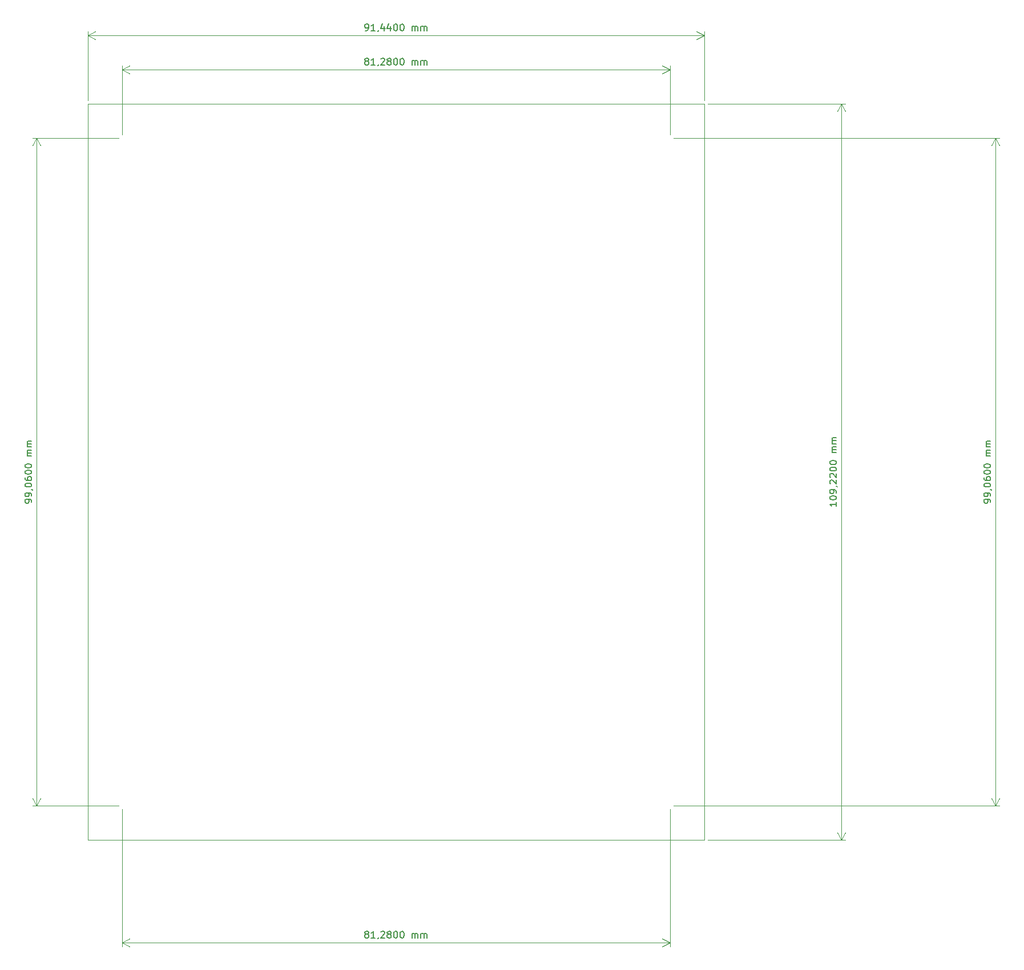
<source format=gbr>
%TF.GenerationSoftware,KiCad,Pcbnew,7.0.5*%
%TF.CreationDate,2023-06-09T13:26:19-05:00*%
%TF.ProjectId,pcbpai,70636270-6169-42e6-9b69-6361645f7063,rev?*%
%TF.SameCoordinates,Original*%
%TF.FileFunction,Profile,NP*%
%FSLAX46Y46*%
G04 Gerber Fmt 4.6, Leading zero omitted, Abs format (unit mm)*
G04 Created by KiCad (PCBNEW 7.0.5) date 2023-06-09 13:26:19*
%MOMM*%
%LPD*%
G01*
G04 APERTURE LIST*
%ADD10C,0.150000*%
%TA.AperFunction,Profile*%
%ADD11C,0.100000*%
%TD*%
G04 APERTURE END LIST*
D10*
X163211429Y-179073389D02*
X163116191Y-179025770D01*
X163116191Y-179025770D02*
X163068572Y-178978151D01*
X163068572Y-178978151D02*
X163020953Y-178882913D01*
X163020953Y-178882913D02*
X163020953Y-178835294D01*
X163020953Y-178835294D02*
X163068572Y-178740056D01*
X163068572Y-178740056D02*
X163116191Y-178692437D01*
X163116191Y-178692437D02*
X163211429Y-178644818D01*
X163211429Y-178644818D02*
X163401905Y-178644818D01*
X163401905Y-178644818D02*
X163497143Y-178692437D01*
X163497143Y-178692437D02*
X163544762Y-178740056D01*
X163544762Y-178740056D02*
X163592381Y-178835294D01*
X163592381Y-178835294D02*
X163592381Y-178882913D01*
X163592381Y-178882913D02*
X163544762Y-178978151D01*
X163544762Y-178978151D02*
X163497143Y-179025770D01*
X163497143Y-179025770D02*
X163401905Y-179073389D01*
X163401905Y-179073389D02*
X163211429Y-179073389D01*
X163211429Y-179073389D02*
X163116191Y-179121008D01*
X163116191Y-179121008D02*
X163068572Y-179168627D01*
X163068572Y-179168627D02*
X163020953Y-179263865D01*
X163020953Y-179263865D02*
X163020953Y-179454341D01*
X163020953Y-179454341D02*
X163068572Y-179549579D01*
X163068572Y-179549579D02*
X163116191Y-179597199D01*
X163116191Y-179597199D02*
X163211429Y-179644818D01*
X163211429Y-179644818D02*
X163401905Y-179644818D01*
X163401905Y-179644818D02*
X163497143Y-179597199D01*
X163497143Y-179597199D02*
X163544762Y-179549579D01*
X163544762Y-179549579D02*
X163592381Y-179454341D01*
X163592381Y-179454341D02*
X163592381Y-179263865D01*
X163592381Y-179263865D02*
X163544762Y-179168627D01*
X163544762Y-179168627D02*
X163497143Y-179121008D01*
X163497143Y-179121008D02*
X163401905Y-179073389D01*
X164544762Y-179644818D02*
X163973334Y-179644818D01*
X164259048Y-179644818D02*
X164259048Y-178644818D01*
X164259048Y-178644818D02*
X164163810Y-178787675D01*
X164163810Y-178787675D02*
X164068572Y-178882913D01*
X164068572Y-178882913D02*
X163973334Y-178930532D01*
X165020953Y-179597199D02*
X165020953Y-179644818D01*
X165020953Y-179644818D02*
X164973334Y-179740056D01*
X164973334Y-179740056D02*
X164925715Y-179787675D01*
X165401905Y-178740056D02*
X165449524Y-178692437D01*
X165449524Y-178692437D02*
X165544762Y-178644818D01*
X165544762Y-178644818D02*
X165782857Y-178644818D01*
X165782857Y-178644818D02*
X165878095Y-178692437D01*
X165878095Y-178692437D02*
X165925714Y-178740056D01*
X165925714Y-178740056D02*
X165973333Y-178835294D01*
X165973333Y-178835294D02*
X165973333Y-178930532D01*
X165973333Y-178930532D02*
X165925714Y-179073389D01*
X165925714Y-179073389D02*
X165354286Y-179644818D01*
X165354286Y-179644818D02*
X165973333Y-179644818D01*
X166544762Y-179073389D02*
X166449524Y-179025770D01*
X166449524Y-179025770D02*
X166401905Y-178978151D01*
X166401905Y-178978151D02*
X166354286Y-178882913D01*
X166354286Y-178882913D02*
X166354286Y-178835294D01*
X166354286Y-178835294D02*
X166401905Y-178740056D01*
X166401905Y-178740056D02*
X166449524Y-178692437D01*
X166449524Y-178692437D02*
X166544762Y-178644818D01*
X166544762Y-178644818D02*
X166735238Y-178644818D01*
X166735238Y-178644818D02*
X166830476Y-178692437D01*
X166830476Y-178692437D02*
X166878095Y-178740056D01*
X166878095Y-178740056D02*
X166925714Y-178835294D01*
X166925714Y-178835294D02*
X166925714Y-178882913D01*
X166925714Y-178882913D02*
X166878095Y-178978151D01*
X166878095Y-178978151D02*
X166830476Y-179025770D01*
X166830476Y-179025770D02*
X166735238Y-179073389D01*
X166735238Y-179073389D02*
X166544762Y-179073389D01*
X166544762Y-179073389D02*
X166449524Y-179121008D01*
X166449524Y-179121008D02*
X166401905Y-179168627D01*
X166401905Y-179168627D02*
X166354286Y-179263865D01*
X166354286Y-179263865D02*
X166354286Y-179454341D01*
X166354286Y-179454341D02*
X166401905Y-179549579D01*
X166401905Y-179549579D02*
X166449524Y-179597199D01*
X166449524Y-179597199D02*
X166544762Y-179644818D01*
X166544762Y-179644818D02*
X166735238Y-179644818D01*
X166735238Y-179644818D02*
X166830476Y-179597199D01*
X166830476Y-179597199D02*
X166878095Y-179549579D01*
X166878095Y-179549579D02*
X166925714Y-179454341D01*
X166925714Y-179454341D02*
X166925714Y-179263865D01*
X166925714Y-179263865D02*
X166878095Y-179168627D01*
X166878095Y-179168627D02*
X166830476Y-179121008D01*
X166830476Y-179121008D02*
X166735238Y-179073389D01*
X167544762Y-178644818D02*
X167640000Y-178644818D01*
X167640000Y-178644818D02*
X167735238Y-178692437D01*
X167735238Y-178692437D02*
X167782857Y-178740056D01*
X167782857Y-178740056D02*
X167830476Y-178835294D01*
X167830476Y-178835294D02*
X167878095Y-179025770D01*
X167878095Y-179025770D02*
X167878095Y-179263865D01*
X167878095Y-179263865D02*
X167830476Y-179454341D01*
X167830476Y-179454341D02*
X167782857Y-179549579D01*
X167782857Y-179549579D02*
X167735238Y-179597199D01*
X167735238Y-179597199D02*
X167640000Y-179644818D01*
X167640000Y-179644818D02*
X167544762Y-179644818D01*
X167544762Y-179644818D02*
X167449524Y-179597199D01*
X167449524Y-179597199D02*
X167401905Y-179549579D01*
X167401905Y-179549579D02*
X167354286Y-179454341D01*
X167354286Y-179454341D02*
X167306667Y-179263865D01*
X167306667Y-179263865D02*
X167306667Y-179025770D01*
X167306667Y-179025770D02*
X167354286Y-178835294D01*
X167354286Y-178835294D02*
X167401905Y-178740056D01*
X167401905Y-178740056D02*
X167449524Y-178692437D01*
X167449524Y-178692437D02*
X167544762Y-178644818D01*
X168497143Y-178644818D02*
X168592381Y-178644818D01*
X168592381Y-178644818D02*
X168687619Y-178692437D01*
X168687619Y-178692437D02*
X168735238Y-178740056D01*
X168735238Y-178740056D02*
X168782857Y-178835294D01*
X168782857Y-178835294D02*
X168830476Y-179025770D01*
X168830476Y-179025770D02*
X168830476Y-179263865D01*
X168830476Y-179263865D02*
X168782857Y-179454341D01*
X168782857Y-179454341D02*
X168735238Y-179549579D01*
X168735238Y-179549579D02*
X168687619Y-179597199D01*
X168687619Y-179597199D02*
X168592381Y-179644818D01*
X168592381Y-179644818D02*
X168497143Y-179644818D01*
X168497143Y-179644818D02*
X168401905Y-179597199D01*
X168401905Y-179597199D02*
X168354286Y-179549579D01*
X168354286Y-179549579D02*
X168306667Y-179454341D01*
X168306667Y-179454341D02*
X168259048Y-179263865D01*
X168259048Y-179263865D02*
X168259048Y-179025770D01*
X168259048Y-179025770D02*
X168306667Y-178835294D01*
X168306667Y-178835294D02*
X168354286Y-178740056D01*
X168354286Y-178740056D02*
X168401905Y-178692437D01*
X168401905Y-178692437D02*
X168497143Y-178644818D01*
X170020953Y-179644818D02*
X170020953Y-178978151D01*
X170020953Y-179073389D02*
X170068572Y-179025770D01*
X170068572Y-179025770D02*
X170163810Y-178978151D01*
X170163810Y-178978151D02*
X170306667Y-178978151D01*
X170306667Y-178978151D02*
X170401905Y-179025770D01*
X170401905Y-179025770D02*
X170449524Y-179121008D01*
X170449524Y-179121008D02*
X170449524Y-179644818D01*
X170449524Y-179121008D02*
X170497143Y-179025770D01*
X170497143Y-179025770D02*
X170592381Y-178978151D01*
X170592381Y-178978151D02*
X170735238Y-178978151D01*
X170735238Y-178978151D02*
X170830477Y-179025770D01*
X170830477Y-179025770D02*
X170878096Y-179121008D01*
X170878096Y-179121008D02*
X170878096Y-179644818D01*
X171354286Y-179644818D02*
X171354286Y-178978151D01*
X171354286Y-179073389D02*
X171401905Y-179025770D01*
X171401905Y-179025770D02*
X171497143Y-178978151D01*
X171497143Y-178978151D02*
X171640000Y-178978151D01*
X171640000Y-178978151D02*
X171735238Y-179025770D01*
X171735238Y-179025770D02*
X171782857Y-179121008D01*
X171782857Y-179121008D02*
X171782857Y-179644818D01*
X171782857Y-179121008D02*
X171830476Y-179025770D01*
X171830476Y-179025770D02*
X171925714Y-178978151D01*
X171925714Y-178978151D02*
X172068571Y-178978151D01*
X172068571Y-178978151D02*
X172163810Y-179025770D01*
X172163810Y-179025770D02*
X172211429Y-179121008D01*
X172211429Y-179121008D02*
X172211429Y-179644818D01*
D11*
X127000000Y-160520000D02*
X127000000Y-180926419D01*
X208280000Y-160520000D02*
X208280000Y-180926419D01*
X127000000Y-180339999D02*
X208280000Y-180339999D01*
X127000000Y-180339999D02*
X208280000Y-180339999D01*
X127000000Y-180339999D02*
X128126504Y-179753578D01*
X127000000Y-180339999D02*
X128126504Y-180926420D01*
X208280000Y-180339999D02*
X207153496Y-180926420D01*
X208280000Y-180339999D02*
X207153496Y-179753578D01*
D10*
X163211429Y-49533390D02*
X163116191Y-49485771D01*
X163116191Y-49485771D02*
X163068572Y-49438152D01*
X163068572Y-49438152D02*
X163020953Y-49342914D01*
X163020953Y-49342914D02*
X163020953Y-49295295D01*
X163020953Y-49295295D02*
X163068572Y-49200057D01*
X163068572Y-49200057D02*
X163116191Y-49152438D01*
X163116191Y-49152438D02*
X163211429Y-49104819D01*
X163211429Y-49104819D02*
X163401905Y-49104819D01*
X163401905Y-49104819D02*
X163497143Y-49152438D01*
X163497143Y-49152438D02*
X163544762Y-49200057D01*
X163544762Y-49200057D02*
X163592381Y-49295295D01*
X163592381Y-49295295D02*
X163592381Y-49342914D01*
X163592381Y-49342914D02*
X163544762Y-49438152D01*
X163544762Y-49438152D02*
X163497143Y-49485771D01*
X163497143Y-49485771D02*
X163401905Y-49533390D01*
X163401905Y-49533390D02*
X163211429Y-49533390D01*
X163211429Y-49533390D02*
X163116191Y-49581009D01*
X163116191Y-49581009D02*
X163068572Y-49628628D01*
X163068572Y-49628628D02*
X163020953Y-49723866D01*
X163020953Y-49723866D02*
X163020953Y-49914342D01*
X163020953Y-49914342D02*
X163068572Y-50009580D01*
X163068572Y-50009580D02*
X163116191Y-50057200D01*
X163116191Y-50057200D02*
X163211429Y-50104819D01*
X163211429Y-50104819D02*
X163401905Y-50104819D01*
X163401905Y-50104819D02*
X163497143Y-50057200D01*
X163497143Y-50057200D02*
X163544762Y-50009580D01*
X163544762Y-50009580D02*
X163592381Y-49914342D01*
X163592381Y-49914342D02*
X163592381Y-49723866D01*
X163592381Y-49723866D02*
X163544762Y-49628628D01*
X163544762Y-49628628D02*
X163497143Y-49581009D01*
X163497143Y-49581009D02*
X163401905Y-49533390D01*
X164544762Y-50104819D02*
X163973334Y-50104819D01*
X164259048Y-50104819D02*
X164259048Y-49104819D01*
X164259048Y-49104819D02*
X164163810Y-49247676D01*
X164163810Y-49247676D02*
X164068572Y-49342914D01*
X164068572Y-49342914D02*
X163973334Y-49390533D01*
X165020953Y-50057200D02*
X165020953Y-50104819D01*
X165020953Y-50104819D02*
X164973334Y-50200057D01*
X164973334Y-50200057D02*
X164925715Y-50247676D01*
X165401905Y-49200057D02*
X165449524Y-49152438D01*
X165449524Y-49152438D02*
X165544762Y-49104819D01*
X165544762Y-49104819D02*
X165782857Y-49104819D01*
X165782857Y-49104819D02*
X165878095Y-49152438D01*
X165878095Y-49152438D02*
X165925714Y-49200057D01*
X165925714Y-49200057D02*
X165973333Y-49295295D01*
X165973333Y-49295295D02*
X165973333Y-49390533D01*
X165973333Y-49390533D02*
X165925714Y-49533390D01*
X165925714Y-49533390D02*
X165354286Y-50104819D01*
X165354286Y-50104819D02*
X165973333Y-50104819D01*
X166544762Y-49533390D02*
X166449524Y-49485771D01*
X166449524Y-49485771D02*
X166401905Y-49438152D01*
X166401905Y-49438152D02*
X166354286Y-49342914D01*
X166354286Y-49342914D02*
X166354286Y-49295295D01*
X166354286Y-49295295D02*
X166401905Y-49200057D01*
X166401905Y-49200057D02*
X166449524Y-49152438D01*
X166449524Y-49152438D02*
X166544762Y-49104819D01*
X166544762Y-49104819D02*
X166735238Y-49104819D01*
X166735238Y-49104819D02*
X166830476Y-49152438D01*
X166830476Y-49152438D02*
X166878095Y-49200057D01*
X166878095Y-49200057D02*
X166925714Y-49295295D01*
X166925714Y-49295295D02*
X166925714Y-49342914D01*
X166925714Y-49342914D02*
X166878095Y-49438152D01*
X166878095Y-49438152D02*
X166830476Y-49485771D01*
X166830476Y-49485771D02*
X166735238Y-49533390D01*
X166735238Y-49533390D02*
X166544762Y-49533390D01*
X166544762Y-49533390D02*
X166449524Y-49581009D01*
X166449524Y-49581009D02*
X166401905Y-49628628D01*
X166401905Y-49628628D02*
X166354286Y-49723866D01*
X166354286Y-49723866D02*
X166354286Y-49914342D01*
X166354286Y-49914342D02*
X166401905Y-50009580D01*
X166401905Y-50009580D02*
X166449524Y-50057200D01*
X166449524Y-50057200D02*
X166544762Y-50104819D01*
X166544762Y-50104819D02*
X166735238Y-50104819D01*
X166735238Y-50104819D02*
X166830476Y-50057200D01*
X166830476Y-50057200D02*
X166878095Y-50009580D01*
X166878095Y-50009580D02*
X166925714Y-49914342D01*
X166925714Y-49914342D02*
X166925714Y-49723866D01*
X166925714Y-49723866D02*
X166878095Y-49628628D01*
X166878095Y-49628628D02*
X166830476Y-49581009D01*
X166830476Y-49581009D02*
X166735238Y-49533390D01*
X167544762Y-49104819D02*
X167640000Y-49104819D01*
X167640000Y-49104819D02*
X167735238Y-49152438D01*
X167735238Y-49152438D02*
X167782857Y-49200057D01*
X167782857Y-49200057D02*
X167830476Y-49295295D01*
X167830476Y-49295295D02*
X167878095Y-49485771D01*
X167878095Y-49485771D02*
X167878095Y-49723866D01*
X167878095Y-49723866D02*
X167830476Y-49914342D01*
X167830476Y-49914342D02*
X167782857Y-50009580D01*
X167782857Y-50009580D02*
X167735238Y-50057200D01*
X167735238Y-50057200D02*
X167640000Y-50104819D01*
X167640000Y-50104819D02*
X167544762Y-50104819D01*
X167544762Y-50104819D02*
X167449524Y-50057200D01*
X167449524Y-50057200D02*
X167401905Y-50009580D01*
X167401905Y-50009580D02*
X167354286Y-49914342D01*
X167354286Y-49914342D02*
X167306667Y-49723866D01*
X167306667Y-49723866D02*
X167306667Y-49485771D01*
X167306667Y-49485771D02*
X167354286Y-49295295D01*
X167354286Y-49295295D02*
X167401905Y-49200057D01*
X167401905Y-49200057D02*
X167449524Y-49152438D01*
X167449524Y-49152438D02*
X167544762Y-49104819D01*
X168497143Y-49104819D02*
X168592381Y-49104819D01*
X168592381Y-49104819D02*
X168687619Y-49152438D01*
X168687619Y-49152438D02*
X168735238Y-49200057D01*
X168735238Y-49200057D02*
X168782857Y-49295295D01*
X168782857Y-49295295D02*
X168830476Y-49485771D01*
X168830476Y-49485771D02*
X168830476Y-49723866D01*
X168830476Y-49723866D02*
X168782857Y-49914342D01*
X168782857Y-49914342D02*
X168735238Y-50009580D01*
X168735238Y-50009580D02*
X168687619Y-50057200D01*
X168687619Y-50057200D02*
X168592381Y-50104819D01*
X168592381Y-50104819D02*
X168497143Y-50104819D01*
X168497143Y-50104819D02*
X168401905Y-50057200D01*
X168401905Y-50057200D02*
X168354286Y-50009580D01*
X168354286Y-50009580D02*
X168306667Y-49914342D01*
X168306667Y-49914342D02*
X168259048Y-49723866D01*
X168259048Y-49723866D02*
X168259048Y-49485771D01*
X168259048Y-49485771D02*
X168306667Y-49295295D01*
X168306667Y-49295295D02*
X168354286Y-49200057D01*
X168354286Y-49200057D02*
X168401905Y-49152438D01*
X168401905Y-49152438D02*
X168497143Y-49104819D01*
X170020953Y-50104819D02*
X170020953Y-49438152D01*
X170020953Y-49533390D02*
X170068572Y-49485771D01*
X170068572Y-49485771D02*
X170163810Y-49438152D01*
X170163810Y-49438152D02*
X170306667Y-49438152D01*
X170306667Y-49438152D02*
X170401905Y-49485771D01*
X170401905Y-49485771D02*
X170449524Y-49581009D01*
X170449524Y-49581009D02*
X170449524Y-50104819D01*
X170449524Y-49581009D02*
X170497143Y-49485771D01*
X170497143Y-49485771D02*
X170592381Y-49438152D01*
X170592381Y-49438152D02*
X170735238Y-49438152D01*
X170735238Y-49438152D02*
X170830477Y-49485771D01*
X170830477Y-49485771D02*
X170878096Y-49581009D01*
X170878096Y-49581009D02*
X170878096Y-50104819D01*
X171354286Y-50104819D02*
X171354286Y-49438152D01*
X171354286Y-49533390D02*
X171401905Y-49485771D01*
X171401905Y-49485771D02*
X171497143Y-49438152D01*
X171497143Y-49438152D02*
X171640000Y-49438152D01*
X171640000Y-49438152D02*
X171735238Y-49485771D01*
X171735238Y-49485771D02*
X171782857Y-49581009D01*
X171782857Y-49581009D02*
X171782857Y-50104819D01*
X171782857Y-49581009D02*
X171830476Y-49485771D01*
X171830476Y-49485771D02*
X171925714Y-49438152D01*
X171925714Y-49438152D02*
X172068571Y-49438152D01*
X172068571Y-49438152D02*
X172163810Y-49485771D01*
X172163810Y-49485771D02*
X172211429Y-49581009D01*
X172211429Y-49581009D02*
X172211429Y-50104819D01*
D11*
X127000000Y-60460000D02*
X127000000Y-50213580D01*
X208280000Y-60460000D02*
X208280000Y-50213580D01*
X127000000Y-50800000D02*
X208280000Y-50800000D01*
X127000000Y-50800000D02*
X208280000Y-50800000D01*
X127000000Y-50800000D02*
X128126504Y-50213579D01*
X127000000Y-50800000D02*
X128126504Y-51386421D01*
X208280000Y-50800000D02*
X207153496Y-51386421D01*
X208280000Y-50800000D02*
X207153496Y-50213579D01*
D10*
X255844819Y-115013808D02*
X255844819Y-114823332D01*
X255844819Y-114823332D02*
X255797200Y-114728094D01*
X255797200Y-114728094D02*
X255749580Y-114680475D01*
X255749580Y-114680475D02*
X255606723Y-114585237D01*
X255606723Y-114585237D02*
X255416247Y-114537618D01*
X255416247Y-114537618D02*
X255035295Y-114537618D01*
X255035295Y-114537618D02*
X254940057Y-114585237D01*
X254940057Y-114585237D02*
X254892438Y-114632856D01*
X254892438Y-114632856D02*
X254844819Y-114728094D01*
X254844819Y-114728094D02*
X254844819Y-114918570D01*
X254844819Y-114918570D02*
X254892438Y-115013808D01*
X254892438Y-115013808D02*
X254940057Y-115061427D01*
X254940057Y-115061427D02*
X255035295Y-115109046D01*
X255035295Y-115109046D02*
X255273390Y-115109046D01*
X255273390Y-115109046D02*
X255368628Y-115061427D01*
X255368628Y-115061427D02*
X255416247Y-115013808D01*
X255416247Y-115013808D02*
X255463866Y-114918570D01*
X255463866Y-114918570D02*
X255463866Y-114728094D01*
X255463866Y-114728094D02*
X255416247Y-114632856D01*
X255416247Y-114632856D02*
X255368628Y-114585237D01*
X255368628Y-114585237D02*
X255273390Y-114537618D01*
X255844819Y-114061427D02*
X255844819Y-113870951D01*
X255844819Y-113870951D02*
X255797200Y-113775713D01*
X255797200Y-113775713D02*
X255749580Y-113728094D01*
X255749580Y-113728094D02*
X255606723Y-113632856D01*
X255606723Y-113632856D02*
X255416247Y-113585237D01*
X255416247Y-113585237D02*
X255035295Y-113585237D01*
X255035295Y-113585237D02*
X254940057Y-113632856D01*
X254940057Y-113632856D02*
X254892438Y-113680475D01*
X254892438Y-113680475D02*
X254844819Y-113775713D01*
X254844819Y-113775713D02*
X254844819Y-113966189D01*
X254844819Y-113966189D02*
X254892438Y-114061427D01*
X254892438Y-114061427D02*
X254940057Y-114109046D01*
X254940057Y-114109046D02*
X255035295Y-114156665D01*
X255035295Y-114156665D02*
X255273390Y-114156665D01*
X255273390Y-114156665D02*
X255368628Y-114109046D01*
X255368628Y-114109046D02*
X255416247Y-114061427D01*
X255416247Y-114061427D02*
X255463866Y-113966189D01*
X255463866Y-113966189D02*
X255463866Y-113775713D01*
X255463866Y-113775713D02*
X255416247Y-113680475D01*
X255416247Y-113680475D02*
X255368628Y-113632856D01*
X255368628Y-113632856D02*
X255273390Y-113585237D01*
X255797200Y-113109046D02*
X255844819Y-113109046D01*
X255844819Y-113109046D02*
X255940057Y-113156665D01*
X255940057Y-113156665D02*
X255987676Y-113204284D01*
X254844819Y-112489999D02*
X254844819Y-112394761D01*
X254844819Y-112394761D02*
X254892438Y-112299523D01*
X254892438Y-112299523D02*
X254940057Y-112251904D01*
X254940057Y-112251904D02*
X255035295Y-112204285D01*
X255035295Y-112204285D02*
X255225771Y-112156666D01*
X255225771Y-112156666D02*
X255463866Y-112156666D01*
X255463866Y-112156666D02*
X255654342Y-112204285D01*
X255654342Y-112204285D02*
X255749580Y-112251904D01*
X255749580Y-112251904D02*
X255797200Y-112299523D01*
X255797200Y-112299523D02*
X255844819Y-112394761D01*
X255844819Y-112394761D02*
X255844819Y-112489999D01*
X255844819Y-112489999D02*
X255797200Y-112585237D01*
X255797200Y-112585237D02*
X255749580Y-112632856D01*
X255749580Y-112632856D02*
X255654342Y-112680475D01*
X255654342Y-112680475D02*
X255463866Y-112728094D01*
X255463866Y-112728094D02*
X255225771Y-112728094D01*
X255225771Y-112728094D02*
X255035295Y-112680475D01*
X255035295Y-112680475D02*
X254940057Y-112632856D01*
X254940057Y-112632856D02*
X254892438Y-112585237D01*
X254892438Y-112585237D02*
X254844819Y-112489999D01*
X254844819Y-111299523D02*
X254844819Y-111489999D01*
X254844819Y-111489999D02*
X254892438Y-111585237D01*
X254892438Y-111585237D02*
X254940057Y-111632856D01*
X254940057Y-111632856D02*
X255082914Y-111728094D01*
X255082914Y-111728094D02*
X255273390Y-111775713D01*
X255273390Y-111775713D02*
X255654342Y-111775713D01*
X255654342Y-111775713D02*
X255749580Y-111728094D01*
X255749580Y-111728094D02*
X255797200Y-111680475D01*
X255797200Y-111680475D02*
X255844819Y-111585237D01*
X255844819Y-111585237D02*
X255844819Y-111394761D01*
X255844819Y-111394761D02*
X255797200Y-111299523D01*
X255797200Y-111299523D02*
X255749580Y-111251904D01*
X255749580Y-111251904D02*
X255654342Y-111204285D01*
X255654342Y-111204285D02*
X255416247Y-111204285D01*
X255416247Y-111204285D02*
X255321009Y-111251904D01*
X255321009Y-111251904D02*
X255273390Y-111299523D01*
X255273390Y-111299523D02*
X255225771Y-111394761D01*
X255225771Y-111394761D02*
X255225771Y-111585237D01*
X255225771Y-111585237D02*
X255273390Y-111680475D01*
X255273390Y-111680475D02*
X255321009Y-111728094D01*
X255321009Y-111728094D02*
X255416247Y-111775713D01*
X254844819Y-110585237D02*
X254844819Y-110489999D01*
X254844819Y-110489999D02*
X254892438Y-110394761D01*
X254892438Y-110394761D02*
X254940057Y-110347142D01*
X254940057Y-110347142D02*
X255035295Y-110299523D01*
X255035295Y-110299523D02*
X255225771Y-110251904D01*
X255225771Y-110251904D02*
X255463866Y-110251904D01*
X255463866Y-110251904D02*
X255654342Y-110299523D01*
X255654342Y-110299523D02*
X255749580Y-110347142D01*
X255749580Y-110347142D02*
X255797200Y-110394761D01*
X255797200Y-110394761D02*
X255844819Y-110489999D01*
X255844819Y-110489999D02*
X255844819Y-110585237D01*
X255844819Y-110585237D02*
X255797200Y-110680475D01*
X255797200Y-110680475D02*
X255749580Y-110728094D01*
X255749580Y-110728094D02*
X255654342Y-110775713D01*
X255654342Y-110775713D02*
X255463866Y-110823332D01*
X255463866Y-110823332D02*
X255225771Y-110823332D01*
X255225771Y-110823332D02*
X255035295Y-110775713D01*
X255035295Y-110775713D02*
X254940057Y-110728094D01*
X254940057Y-110728094D02*
X254892438Y-110680475D01*
X254892438Y-110680475D02*
X254844819Y-110585237D01*
X254844819Y-109632856D02*
X254844819Y-109537618D01*
X254844819Y-109537618D02*
X254892438Y-109442380D01*
X254892438Y-109442380D02*
X254940057Y-109394761D01*
X254940057Y-109394761D02*
X255035295Y-109347142D01*
X255035295Y-109347142D02*
X255225771Y-109299523D01*
X255225771Y-109299523D02*
X255463866Y-109299523D01*
X255463866Y-109299523D02*
X255654342Y-109347142D01*
X255654342Y-109347142D02*
X255749580Y-109394761D01*
X255749580Y-109394761D02*
X255797200Y-109442380D01*
X255797200Y-109442380D02*
X255844819Y-109537618D01*
X255844819Y-109537618D02*
X255844819Y-109632856D01*
X255844819Y-109632856D02*
X255797200Y-109728094D01*
X255797200Y-109728094D02*
X255749580Y-109775713D01*
X255749580Y-109775713D02*
X255654342Y-109823332D01*
X255654342Y-109823332D02*
X255463866Y-109870951D01*
X255463866Y-109870951D02*
X255225771Y-109870951D01*
X255225771Y-109870951D02*
X255035295Y-109823332D01*
X255035295Y-109823332D02*
X254940057Y-109775713D01*
X254940057Y-109775713D02*
X254892438Y-109728094D01*
X254892438Y-109728094D02*
X254844819Y-109632856D01*
X255844819Y-108109046D02*
X255178152Y-108109046D01*
X255273390Y-108109046D02*
X255225771Y-108061427D01*
X255225771Y-108061427D02*
X255178152Y-107966189D01*
X255178152Y-107966189D02*
X255178152Y-107823332D01*
X255178152Y-107823332D02*
X255225771Y-107728094D01*
X255225771Y-107728094D02*
X255321009Y-107680475D01*
X255321009Y-107680475D02*
X255844819Y-107680475D01*
X255321009Y-107680475D02*
X255225771Y-107632856D01*
X255225771Y-107632856D02*
X255178152Y-107537618D01*
X255178152Y-107537618D02*
X255178152Y-107394761D01*
X255178152Y-107394761D02*
X255225771Y-107299522D01*
X255225771Y-107299522D02*
X255321009Y-107251903D01*
X255321009Y-107251903D02*
X255844819Y-107251903D01*
X255844819Y-106775713D02*
X255178152Y-106775713D01*
X255273390Y-106775713D02*
X255225771Y-106728094D01*
X255225771Y-106728094D02*
X255178152Y-106632856D01*
X255178152Y-106632856D02*
X255178152Y-106489999D01*
X255178152Y-106489999D02*
X255225771Y-106394761D01*
X255225771Y-106394761D02*
X255321009Y-106347142D01*
X255321009Y-106347142D02*
X255844819Y-106347142D01*
X255321009Y-106347142D02*
X255225771Y-106299523D01*
X255225771Y-106299523D02*
X255178152Y-106204285D01*
X255178152Y-106204285D02*
X255178152Y-106061428D01*
X255178152Y-106061428D02*
X255225771Y-105966189D01*
X255225771Y-105966189D02*
X255321009Y-105918570D01*
X255321009Y-105918570D02*
X255844819Y-105918570D01*
D11*
X208780000Y-160020000D02*
X257126420Y-160020000D01*
X208780000Y-60960000D02*
X257126420Y-60960000D01*
X256540000Y-160020000D02*
X256540000Y-60960000D01*
X256540000Y-160020000D02*
X256540000Y-60960000D01*
X256540000Y-160020000D02*
X255953579Y-158893496D01*
X256540000Y-160020000D02*
X257126421Y-158893496D01*
X256540000Y-60960000D02*
X257126421Y-62086504D01*
X256540000Y-60960000D02*
X255953579Y-62086504D01*
D10*
X113604819Y-115013808D02*
X113604819Y-114823332D01*
X113604819Y-114823332D02*
X113557200Y-114728094D01*
X113557200Y-114728094D02*
X113509580Y-114680475D01*
X113509580Y-114680475D02*
X113366723Y-114585237D01*
X113366723Y-114585237D02*
X113176247Y-114537618D01*
X113176247Y-114537618D02*
X112795295Y-114537618D01*
X112795295Y-114537618D02*
X112700057Y-114585237D01*
X112700057Y-114585237D02*
X112652438Y-114632856D01*
X112652438Y-114632856D02*
X112604819Y-114728094D01*
X112604819Y-114728094D02*
X112604819Y-114918570D01*
X112604819Y-114918570D02*
X112652438Y-115013808D01*
X112652438Y-115013808D02*
X112700057Y-115061427D01*
X112700057Y-115061427D02*
X112795295Y-115109046D01*
X112795295Y-115109046D02*
X113033390Y-115109046D01*
X113033390Y-115109046D02*
X113128628Y-115061427D01*
X113128628Y-115061427D02*
X113176247Y-115013808D01*
X113176247Y-115013808D02*
X113223866Y-114918570D01*
X113223866Y-114918570D02*
X113223866Y-114728094D01*
X113223866Y-114728094D02*
X113176247Y-114632856D01*
X113176247Y-114632856D02*
X113128628Y-114585237D01*
X113128628Y-114585237D02*
X113033390Y-114537618D01*
X113604819Y-114061427D02*
X113604819Y-113870951D01*
X113604819Y-113870951D02*
X113557200Y-113775713D01*
X113557200Y-113775713D02*
X113509580Y-113728094D01*
X113509580Y-113728094D02*
X113366723Y-113632856D01*
X113366723Y-113632856D02*
X113176247Y-113585237D01*
X113176247Y-113585237D02*
X112795295Y-113585237D01*
X112795295Y-113585237D02*
X112700057Y-113632856D01*
X112700057Y-113632856D02*
X112652438Y-113680475D01*
X112652438Y-113680475D02*
X112604819Y-113775713D01*
X112604819Y-113775713D02*
X112604819Y-113966189D01*
X112604819Y-113966189D02*
X112652438Y-114061427D01*
X112652438Y-114061427D02*
X112700057Y-114109046D01*
X112700057Y-114109046D02*
X112795295Y-114156665D01*
X112795295Y-114156665D02*
X113033390Y-114156665D01*
X113033390Y-114156665D02*
X113128628Y-114109046D01*
X113128628Y-114109046D02*
X113176247Y-114061427D01*
X113176247Y-114061427D02*
X113223866Y-113966189D01*
X113223866Y-113966189D02*
X113223866Y-113775713D01*
X113223866Y-113775713D02*
X113176247Y-113680475D01*
X113176247Y-113680475D02*
X113128628Y-113632856D01*
X113128628Y-113632856D02*
X113033390Y-113585237D01*
X113557200Y-113109046D02*
X113604819Y-113109046D01*
X113604819Y-113109046D02*
X113700057Y-113156665D01*
X113700057Y-113156665D02*
X113747676Y-113204284D01*
X112604819Y-112489999D02*
X112604819Y-112394761D01*
X112604819Y-112394761D02*
X112652438Y-112299523D01*
X112652438Y-112299523D02*
X112700057Y-112251904D01*
X112700057Y-112251904D02*
X112795295Y-112204285D01*
X112795295Y-112204285D02*
X112985771Y-112156666D01*
X112985771Y-112156666D02*
X113223866Y-112156666D01*
X113223866Y-112156666D02*
X113414342Y-112204285D01*
X113414342Y-112204285D02*
X113509580Y-112251904D01*
X113509580Y-112251904D02*
X113557200Y-112299523D01*
X113557200Y-112299523D02*
X113604819Y-112394761D01*
X113604819Y-112394761D02*
X113604819Y-112489999D01*
X113604819Y-112489999D02*
X113557200Y-112585237D01*
X113557200Y-112585237D02*
X113509580Y-112632856D01*
X113509580Y-112632856D02*
X113414342Y-112680475D01*
X113414342Y-112680475D02*
X113223866Y-112728094D01*
X113223866Y-112728094D02*
X112985771Y-112728094D01*
X112985771Y-112728094D02*
X112795295Y-112680475D01*
X112795295Y-112680475D02*
X112700057Y-112632856D01*
X112700057Y-112632856D02*
X112652438Y-112585237D01*
X112652438Y-112585237D02*
X112604819Y-112489999D01*
X112604819Y-111299523D02*
X112604819Y-111489999D01*
X112604819Y-111489999D02*
X112652438Y-111585237D01*
X112652438Y-111585237D02*
X112700057Y-111632856D01*
X112700057Y-111632856D02*
X112842914Y-111728094D01*
X112842914Y-111728094D02*
X113033390Y-111775713D01*
X113033390Y-111775713D02*
X113414342Y-111775713D01*
X113414342Y-111775713D02*
X113509580Y-111728094D01*
X113509580Y-111728094D02*
X113557200Y-111680475D01*
X113557200Y-111680475D02*
X113604819Y-111585237D01*
X113604819Y-111585237D02*
X113604819Y-111394761D01*
X113604819Y-111394761D02*
X113557200Y-111299523D01*
X113557200Y-111299523D02*
X113509580Y-111251904D01*
X113509580Y-111251904D02*
X113414342Y-111204285D01*
X113414342Y-111204285D02*
X113176247Y-111204285D01*
X113176247Y-111204285D02*
X113081009Y-111251904D01*
X113081009Y-111251904D02*
X113033390Y-111299523D01*
X113033390Y-111299523D02*
X112985771Y-111394761D01*
X112985771Y-111394761D02*
X112985771Y-111585237D01*
X112985771Y-111585237D02*
X113033390Y-111680475D01*
X113033390Y-111680475D02*
X113081009Y-111728094D01*
X113081009Y-111728094D02*
X113176247Y-111775713D01*
X112604819Y-110585237D02*
X112604819Y-110489999D01*
X112604819Y-110489999D02*
X112652438Y-110394761D01*
X112652438Y-110394761D02*
X112700057Y-110347142D01*
X112700057Y-110347142D02*
X112795295Y-110299523D01*
X112795295Y-110299523D02*
X112985771Y-110251904D01*
X112985771Y-110251904D02*
X113223866Y-110251904D01*
X113223866Y-110251904D02*
X113414342Y-110299523D01*
X113414342Y-110299523D02*
X113509580Y-110347142D01*
X113509580Y-110347142D02*
X113557200Y-110394761D01*
X113557200Y-110394761D02*
X113604819Y-110489999D01*
X113604819Y-110489999D02*
X113604819Y-110585237D01*
X113604819Y-110585237D02*
X113557200Y-110680475D01*
X113557200Y-110680475D02*
X113509580Y-110728094D01*
X113509580Y-110728094D02*
X113414342Y-110775713D01*
X113414342Y-110775713D02*
X113223866Y-110823332D01*
X113223866Y-110823332D02*
X112985771Y-110823332D01*
X112985771Y-110823332D02*
X112795295Y-110775713D01*
X112795295Y-110775713D02*
X112700057Y-110728094D01*
X112700057Y-110728094D02*
X112652438Y-110680475D01*
X112652438Y-110680475D02*
X112604819Y-110585237D01*
X112604819Y-109632856D02*
X112604819Y-109537618D01*
X112604819Y-109537618D02*
X112652438Y-109442380D01*
X112652438Y-109442380D02*
X112700057Y-109394761D01*
X112700057Y-109394761D02*
X112795295Y-109347142D01*
X112795295Y-109347142D02*
X112985771Y-109299523D01*
X112985771Y-109299523D02*
X113223866Y-109299523D01*
X113223866Y-109299523D02*
X113414342Y-109347142D01*
X113414342Y-109347142D02*
X113509580Y-109394761D01*
X113509580Y-109394761D02*
X113557200Y-109442380D01*
X113557200Y-109442380D02*
X113604819Y-109537618D01*
X113604819Y-109537618D02*
X113604819Y-109632856D01*
X113604819Y-109632856D02*
X113557200Y-109728094D01*
X113557200Y-109728094D02*
X113509580Y-109775713D01*
X113509580Y-109775713D02*
X113414342Y-109823332D01*
X113414342Y-109823332D02*
X113223866Y-109870951D01*
X113223866Y-109870951D02*
X112985771Y-109870951D01*
X112985771Y-109870951D02*
X112795295Y-109823332D01*
X112795295Y-109823332D02*
X112700057Y-109775713D01*
X112700057Y-109775713D02*
X112652438Y-109728094D01*
X112652438Y-109728094D02*
X112604819Y-109632856D01*
X113604819Y-108109046D02*
X112938152Y-108109046D01*
X113033390Y-108109046D02*
X112985771Y-108061427D01*
X112985771Y-108061427D02*
X112938152Y-107966189D01*
X112938152Y-107966189D02*
X112938152Y-107823332D01*
X112938152Y-107823332D02*
X112985771Y-107728094D01*
X112985771Y-107728094D02*
X113081009Y-107680475D01*
X113081009Y-107680475D02*
X113604819Y-107680475D01*
X113081009Y-107680475D02*
X112985771Y-107632856D01*
X112985771Y-107632856D02*
X112938152Y-107537618D01*
X112938152Y-107537618D02*
X112938152Y-107394761D01*
X112938152Y-107394761D02*
X112985771Y-107299522D01*
X112985771Y-107299522D02*
X113081009Y-107251903D01*
X113081009Y-107251903D02*
X113604819Y-107251903D01*
X113604819Y-106775713D02*
X112938152Y-106775713D01*
X113033390Y-106775713D02*
X112985771Y-106728094D01*
X112985771Y-106728094D02*
X112938152Y-106632856D01*
X112938152Y-106632856D02*
X112938152Y-106489999D01*
X112938152Y-106489999D02*
X112985771Y-106394761D01*
X112985771Y-106394761D02*
X113081009Y-106347142D01*
X113081009Y-106347142D02*
X113604819Y-106347142D01*
X113081009Y-106347142D02*
X112985771Y-106299523D01*
X112985771Y-106299523D02*
X112938152Y-106204285D01*
X112938152Y-106204285D02*
X112938152Y-106061428D01*
X112938152Y-106061428D02*
X112985771Y-105966189D01*
X112985771Y-105966189D02*
X113081009Y-105918570D01*
X113081009Y-105918570D02*
X113604819Y-105918570D01*
D11*
X126500000Y-160020000D02*
X113713580Y-160020000D01*
X126500000Y-60960000D02*
X113713580Y-60960000D01*
X114300000Y-160020000D02*
X114300000Y-60960000D01*
X114300000Y-160020000D02*
X114300000Y-60960000D01*
X114300000Y-160020000D02*
X113713579Y-158893496D01*
X114300000Y-160020000D02*
X114886421Y-158893496D01*
X114300000Y-60960000D02*
X114886421Y-62086504D01*
X114300000Y-60960000D02*
X113713579Y-62086504D01*
X121920000Y-55880000D02*
X213360000Y-55880000D01*
X213360000Y-165100000D01*
X121920000Y-165100000D01*
X121920000Y-55880000D01*
D10*
X232984819Y-115013809D02*
X232984819Y-115585237D01*
X232984819Y-115299523D02*
X231984819Y-115299523D01*
X231984819Y-115299523D02*
X232127676Y-115394761D01*
X232127676Y-115394761D02*
X232222914Y-115489999D01*
X232222914Y-115489999D02*
X232270533Y-115585237D01*
X231984819Y-114394761D02*
X231984819Y-114299523D01*
X231984819Y-114299523D02*
X232032438Y-114204285D01*
X232032438Y-114204285D02*
X232080057Y-114156666D01*
X232080057Y-114156666D02*
X232175295Y-114109047D01*
X232175295Y-114109047D02*
X232365771Y-114061428D01*
X232365771Y-114061428D02*
X232603866Y-114061428D01*
X232603866Y-114061428D02*
X232794342Y-114109047D01*
X232794342Y-114109047D02*
X232889580Y-114156666D01*
X232889580Y-114156666D02*
X232937200Y-114204285D01*
X232937200Y-114204285D02*
X232984819Y-114299523D01*
X232984819Y-114299523D02*
X232984819Y-114394761D01*
X232984819Y-114394761D02*
X232937200Y-114489999D01*
X232937200Y-114489999D02*
X232889580Y-114537618D01*
X232889580Y-114537618D02*
X232794342Y-114585237D01*
X232794342Y-114585237D02*
X232603866Y-114632856D01*
X232603866Y-114632856D02*
X232365771Y-114632856D01*
X232365771Y-114632856D02*
X232175295Y-114585237D01*
X232175295Y-114585237D02*
X232080057Y-114537618D01*
X232080057Y-114537618D02*
X232032438Y-114489999D01*
X232032438Y-114489999D02*
X231984819Y-114394761D01*
X232984819Y-113585237D02*
X232984819Y-113394761D01*
X232984819Y-113394761D02*
X232937200Y-113299523D01*
X232937200Y-113299523D02*
X232889580Y-113251904D01*
X232889580Y-113251904D02*
X232746723Y-113156666D01*
X232746723Y-113156666D02*
X232556247Y-113109047D01*
X232556247Y-113109047D02*
X232175295Y-113109047D01*
X232175295Y-113109047D02*
X232080057Y-113156666D01*
X232080057Y-113156666D02*
X232032438Y-113204285D01*
X232032438Y-113204285D02*
X231984819Y-113299523D01*
X231984819Y-113299523D02*
X231984819Y-113489999D01*
X231984819Y-113489999D02*
X232032438Y-113585237D01*
X232032438Y-113585237D02*
X232080057Y-113632856D01*
X232080057Y-113632856D02*
X232175295Y-113680475D01*
X232175295Y-113680475D02*
X232413390Y-113680475D01*
X232413390Y-113680475D02*
X232508628Y-113632856D01*
X232508628Y-113632856D02*
X232556247Y-113585237D01*
X232556247Y-113585237D02*
X232603866Y-113489999D01*
X232603866Y-113489999D02*
X232603866Y-113299523D01*
X232603866Y-113299523D02*
X232556247Y-113204285D01*
X232556247Y-113204285D02*
X232508628Y-113156666D01*
X232508628Y-113156666D02*
X232413390Y-113109047D01*
X232937200Y-112632856D02*
X232984819Y-112632856D01*
X232984819Y-112632856D02*
X233080057Y-112680475D01*
X233080057Y-112680475D02*
X233127676Y-112728094D01*
X232080057Y-112251904D02*
X232032438Y-112204285D01*
X232032438Y-112204285D02*
X231984819Y-112109047D01*
X231984819Y-112109047D02*
X231984819Y-111870952D01*
X231984819Y-111870952D02*
X232032438Y-111775714D01*
X232032438Y-111775714D02*
X232080057Y-111728095D01*
X232080057Y-111728095D02*
X232175295Y-111680476D01*
X232175295Y-111680476D02*
X232270533Y-111680476D01*
X232270533Y-111680476D02*
X232413390Y-111728095D01*
X232413390Y-111728095D02*
X232984819Y-112299523D01*
X232984819Y-112299523D02*
X232984819Y-111680476D01*
X232080057Y-111299523D02*
X232032438Y-111251904D01*
X232032438Y-111251904D02*
X231984819Y-111156666D01*
X231984819Y-111156666D02*
X231984819Y-110918571D01*
X231984819Y-110918571D02*
X232032438Y-110823333D01*
X232032438Y-110823333D02*
X232080057Y-110775714D01*
X232080057Y-110775714D02*
X232175295Y-110728095D01*
X232175295Y-110728095D02*
X232270533Y-110728095D01*
X232270533Y-110728095D02*
X232413390Y-110775714D01*
X232413390Y-110775714D02*
X232984819Y-111347142D01*
X232984819Y-111347142D02*
X232984819Y-110728095D01*
X231984819Y-110109047D02*
X231984819Y-110013809D01*
X231984819Y-110013809D02*
X232032438Y-109918571D01*
X232032438Y-109918571D02*
X232080057Y-109870952D01*
X232080057Y-109870952D02*
X232175295Y-109823333D01*
X232175295Y-109823333D02*
X232365771Y-109775714D01*
X232365771Y-109775714D02*
X232603866Y-109775714D01*
X232603866Y-109775714D02*
X232794342Y-109823333D01*
X232794342Y-109823333D02*
X232889580Y-109870952D01*
X232889580Y-109870952D02*
X232937200Y-109918571D01*
X232937200Y-109918571D02*
X232984819Y-110013809D01*
X232984819Y-110013809D02*
X232984819Y-110109047D01*
X232984819Y-110109047D02*
X232937200Y-110204285D01*
X232937200Y-110204285D02*
X232889580Y-110251904D01*
X232889580Y-110251904D02*
X232794342Y-110299523D01*
X232794342Y-110299523D02*
X232603866Y-110347142D01*
X232603866Y-110347142D02*
X232365771Y-110347142D01*
X232365771Y-110347142D02*
X232175295Y-110299523D01*
X232175295Y-110299523D02*
X232080057Y-110251904D01*
X232080057Y-110251904D02*
X232032438Y-110204285D01*
X232032438Y-110204285D02*
X231984819Y-110109047D01*
X231984819Y-109156666D02*
X231984819Y-109061428D01*
X231984819Y-109061428D02*
X232032438Y-108966190D01*
X232032438Y-108966190D02*
X232080057Y-108918571D01*
X232080057Y-108918571D02*
X232175295Y-108870952D01*
X232175295Y-108870952D02*
X232365771Y-108823333D01*
X232365771Y-108823333D02*
X232603866Y-108823333D01*
X232603866Y-108823333D02*
X232794342Y-108870952D01*
X232794342Y-108870952D02*
X232889580Y-108918571D01*
X232889580Y-108918571D02*
X232937200Y-108966190D01*
X232937200Y-108966190D02*
X232984819Y-109061428D01*
X232984819Y-109061428D02*
X232984819Y-109156666D01*
X232984819Y-109156666D02*
X232937200Y-109251904D01*
X232937200Y-109251904D02*
X232889580Y-109299523D01*
X232889580Y-109299523D02*
X232794342Y-109347142D01*
X232794342Y-109347142D02*
X232603866Y-109394761D01*
X232603866Y-109394761D02*
X232365771Y-109394761D01*
X232365771Y-109394761D02*
X232175295Y-109347142D01*
X232175295Y-109347142D02*
X232080057Y-109299523D01*
X232080057Y-109299523D02*
X232032438Y-109251904D01*
X232032438Y-109251904D02*
X231984819Y-109156666D01*
X232984819Y-107632856D02*
X232318152Y-107632856D01*
X232413390Y-107632856D02*
X232365771Y-107585237D01*
X232365771Y-107585237D02*
X232318152Y-107489999D01*
X232318152Y-107489999D02*
X232318152Y-107347142D01*
X232318152Y-107347142D02*
X232365771Y-107251904D01*
X232365771Y-107251904D02*
X232461009Y-107204285D01*
X232461009Y-107204285D02*
X232984819Y-107204285D01*
X232461009Y-107204285D02*
X232365771Y-107156666D01*
X232365771Y-107156666D02*
X232318152Y-107061428D01*
X232318152Y-107061428D02*
X232318152Y-106918571D01*
X232318152Y-106918571D02*
X232365771Y-106823332D01*
X232365771Y-106823332D02*
X232461009Y-106775713D01*
X232461009Y-106775713D02*
X232984819Y-106775713D01*
X232984819Y-106299523D02*
X232318152Y-106299523D01*
X232413390Y-106299523D02*
X232365771Y-106251904D01*
X232365771Y-106251904D02*
X232318152Y-106156666D01*
X232318152Y-106156666D02*
X232318152Y-106013809D01*
X232318152Y-106013809D02*
X232365771Y-105918571D01*
X232365771Y-105918571D02*
X232461009Y-105870952D01*
X232461009Y-105870952D02*
X232984819Y-105870952D01*
X232461009Y-105870952D02*
X232365771Y-105823333D01*
X232365771Y-105823333D02*
X232318152Y-105728095D01*
X232318152Y-105728095D02*
X232318152Y-105585238D01*
X232318152Y-105585238D02*
X232365771Y-105489999D01*
X232365771Y-105489999D02*
X232461009Y-105442380D01*
X232461009Y-105442380D02*
X232984819Y-105442380D01*
D11*
X213860000Y-55880000D02*
X234266420Y-55880000D01*
X213860000Y-165100000D02*
X234266420Y-165100000D01*
X233680000Y-55880000D02*
X233680000Y-165100000D01*
X233680000Y-55880000D02*
X233680000Y-165100000D01*
X233680000Y-55880000D02*
X234266421Y-57006504D01*
X233680000Y-55880000D02*
X233093579Y-57006504D01*
X233680000Y-165100000D02*
X233093579Y-163973496D01*
X233680000Y-165100000D02*
X234266421Y-163973496D01*
D10*
X163116191Y-45024819D02*
X163306667Y-45024819D01*
X163306667Y-45024819D02*
X163401905Y-44977200D01*
X163401905Y-44977200D02*
X163449524Y-44929580D01*
X163449524Y-44929580D02*
X163544762Y-44786723D01*
X163544762Y-44786723D02*
X163592381Y-44596247D01*
X163592381Y-44596247D02*
X163592381Y-44215295D01*
X163592381Y-44215295D02*
X163544762Y-44120057D01*
X163544762Y-44120057D02*
X163497143Y-44072438D01*
X163497143Y-44072438D02*
X163401905Y-44024819D01*
X163401905Y-44024819D02*
X163211429Y-44024819D01*
X163211429Y-44024819D02*
X163116191Y-44072438D01*
X163116191Y-44072438D02*
X163068572Y-44120057D01*
X163068572Y-44120057D02*
X163020953Y-44215295D01*
X163020953Y-44215295D02*
X163020953Y-44453390D01*
X163020953Y-44453390D02*
X163068572Y-44548628D01*
X163068572Y-44548628D02*
X163116191Y-44596247D01*
X163116191Y-44596247D02*
X163211429Y-44643866D01*
X163211429Y-44643866D02*
X163401905Y-44643866D01*
X163401905Y-44643866D02*
X163497143Y-44596247D01*
X163497143Y-44596247D02*
X163544762Y-44548628D01*
X163544762Y-44548628D02*
X163592381Y-44453390D01*
X164544762Y-45024819D02*
X163973334Y-45024819D01*
X164259048Y-45024819D02*
X164259048Y-44024819D01*
X164259048Y-44024819D02*
X164163810Y-44167676D01*
X164163810Y-44167676D02*
X164068572Y-44262914D01*
X164068572Y-44262914D02*
X163973334Y-44310533D01*
X165020953Y-44977200D02*
X165020953Y-45024819D01*
X165020953Y-45024819D02*
X164973334Y-45120057D01*
X164973334Y-45120057D02*
X164925715Y-45167676D01*
X165878095Y-44358152D02*
X165878095Y-45024819D01*
X165640000Y-43977200D02*
X165401905Y-44691485D01*
X165401905Y-44691485D02*
X166020952Y-44691485D01*
X166830476Y-44358152D02*
X166830476Y-45024819D01*
X166592381Y-43977200D02*
X166354286Y-44691485D01*
X166354286Y-44691485D02*
X166973333Y-44691485D01*
X167544762Y-44024819D02*
X167640000Y-44024819D01*
X167640000Y-44024819D02*
X167735238Y-44072438D01*
X167735238Y-44072438D02*
X167782857Y-44120057D01*
X167782857Y-44120057D02*
X167830476Y-44215295D01*
X167830476Y-44215295D02*
X167878095Y-44405771D01*
X167878095Y-44405771D02*
X167878095Y-44643866D01*
X167878095Y-44643866D02*
X167830476Y-44834342D01*
X167830476Y-44834342D02*
X167782857Y-44929580D01*
X167782857Y-44929580D02*
X167735238Y-44977200D01*
X167735238Y-44977200D02*
X167640000Y-45024819D01*
X167640000Y-45024819D02*
X167544762Y-45024819D01*
X167544762Y-45024819D02*
X167449524Y-44977200D01*
X167449524Y-44977200D02*
X167401905Y-44929580D01*
X167401905Y-44929580D02*
X167354286Y-44834342D01*
X167354286Y-44834342D02*
X167306667Y-44643866D01*
X167306667Y-44643866D02*
X167306667Y-44405771D01*
X167306667Y-44405771D02*
X167354286Y-44215295D01*
X167354286Y-44215295D02*
X167401905Y-44120057D01*
X167401905Y-44120057D02*
X167449524Y-44072438D01*
X167449524Y-44072438D02*
X167544762Y-44024819D01*
X168497143Y-44024819D02*
X168592381Y-44024819D01*
X168592381Y-44024819D02*
X168687619Y-44072438D01*
X168687619Y-44072438D02*
X168735238Y-44120057D01*
X168735238Y-44120057D02*
X168782857Y-44215295D01*
X168782857Y-44215295D02*
X168830476Y-44405771D01*
X168830476Y-44405771D02*
X168830476Y-44643866D01*
X168830476Y-44643866D02*
X168782857Y-44834342D01*
X168782857Y-44834342D02*
X168735238Y-44929580D01*
X168735238Y-44929580D02*
X168687619Y-44977200D01*
X168687619Y-44977200D02*
X168592381Y-45024819D01*
X168592381Y-45024819D02*
X168497143Y-45024819D01*
X168497143Y-45024819D02*
X168401905Y-44977200D01*
X168401905Y-44977200D02*
X168354286Y-44929580D01*
X168354286Y-44929580D02*
X168306667Y-44834342D01*
X168306667Y-44834342D02*
X168259048Y-44643866D01*
X168259048Y-44643866D02*
X168259048Y-44405771D01*
X168259048Y-44405771D02*
X168306667Y-44215295D01*
X168306667Y-44215295D02*
X168354286Y-44120057D01*
X168354286Y-44120057D02*
X168401905Y-44072438D01*
X168401905Y-44072438D02*
X168497143Y-44024819D01*
X170020953Y-45024819D02*
X170020953Y-44358152D01*
X170020953Y-44453390D02*
X170068572Y-44405771D01*
X170068572Y-44405771D02*
X170163810Y-44358152D01*
X170163810Y-44358152D02*
X170306667Y-44358152D01*
X170306667Y-44358152D02*
X170401905Y-44405771D01*
X170401905Y-44405771D02*
X170449524Y-44501009D01*
X170449524Y-44501009D02*
X170449524Y-45024819D01*
X170449524Y-44501009D02*
X170497143Y-44405771D01*
X170497143Y-44405771D02*
X170592381Y-44358152D01*
X170592381Y-44358152D02*
X170735238Y-44358152D01*
X170735238Y-44358152D02*
X170830477Y-44405771D01*
X170830477Y-44405771D02*
X170878096Y-44501009D01*
X170878096Y-44501009D02*
X170878096Y-45024819D01*
X171354286Y-45024819D02*
X171354286Y-44358152D01*
X171354286Y-44453390D02*
X171401905Y-44405771D01*
X171401905Y-44405771D02*
X171497143Y-44358152D01*
X171497143Y-44358152D02*
X171640000Y-44358152D01*
X171640000Y-44358152D02*
X171735238Y-44405771D01*
X171735238Y-44405771D02*
X171782857Y-44501009D01*
X171782857Y-44501009D02*
X171782857Y-45024819D01*
X171782857Y-44501009D02*
X171830476Y-44405771D01*
X171830476Y-44405771D02*
X171925714Y-44358152D01*
X171925714Y-44358152D02*
X172068571Y-44358152D01*
X172068571Y-44358152D02*
X172163810Y-44405771D01*
X172163810Y-44405771D02*
X172211429Y-44501009D01*
X172211429Y-44501009D02*
X172211429Y-45024819D01*
D11*
X213360000Y-55380000D02*
X213360000Y-45133580D01*
X121920000Y-55380000D02*
X121920000Y-45133580D01*
X213360000Y-45720000D02*
X121920000Y-45720000D01*
X213360000Y-45720000D02*
X121920000Y-45720000D01*
X213360000Y-45720000D02*
X212233496Y-46306421D01*
X213360000Y-45720000D02*
X212233496Y-45133579D01*
X121920000Y-45720000D02*
X123046504Y-45133579D01*
X121920000Y-45720000D02*
X123046504Y-46306421D01*
M02*

</source>
